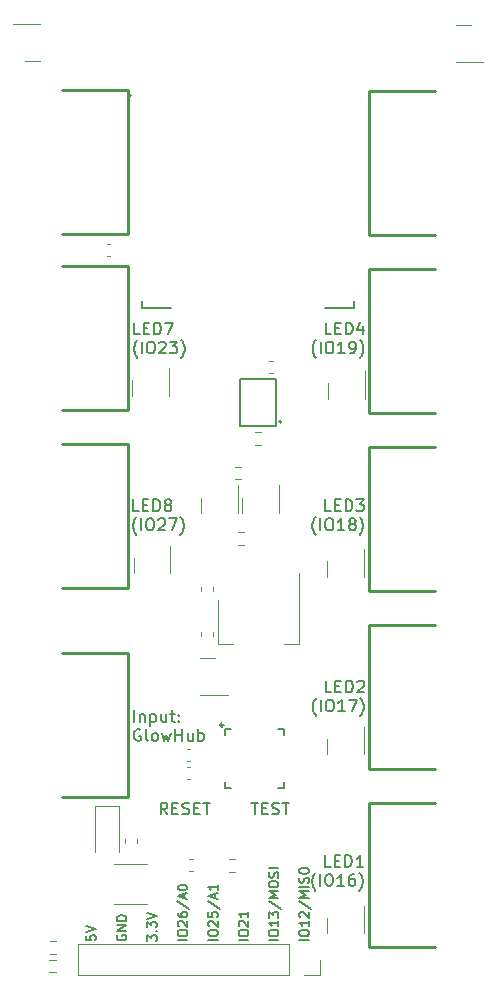
<source format=gbr>
%TF.GenerationSoftware,KiCad,Pcbnew,(6.0.0-0)*%
%TF.CreationDate,2022-03-11T16:11:59+01:00*%
%TF.ProjectId,GlowHubPCB,476c6f77-4875-4625-9043-422e6b696361,rev?*%
%TF.SameCoordinates,Original*%
%TF.FileFunction,Legend,Top*%
%TF.FilePolarity,Positive*%
%FSLAX46Y46*%
G04 Gerber Fmt 4.6, Leading zero omitted, Abs format (unit mm)*
G04 Created by KiCad (PCBNEW (6.0.0-0)) date 2022-03-11 16:11:59*
%MOMM*%
%LPD*%
G01*
G04 APERTURE LIST*
%ADD10C,0.150000*%
%ADD11C,0.120000*%
%ADD12C,0.254001*%
%ADD13C,0.059995*%
%ADD14C,0.127000*%
%ADD15C,0.200000*%
%ADD16C,0.250000*%
G04 APERTURE END LIST*
D10*
X75015761Y-118106980D02*
X75587190Y-118106980D01*
X75301476Y-119106980D02*
X75301476Y-118106980D01*
X75920523Y-118583171D02*
X76253857Y-118583171D01*
X76396714Y-119106980D02*
X75920523Y-119106980D01*
X75920523Y-118106980D01*
X76396714Y-118106980D01*
X76777666Y-119059361D02*
X76920523Y-119106980D01*
X77158619Y-119106980D01*
X77253857Y-119059361D01*
X77301476Y-119011742D01*
X77349095Y-118916504D01*
X77349095Y-118821266D01*
X77301476Y-118726028D01*
X77253857Y-118678409D01*
X77158619Y-118630790D01*
X76968142Y-118583171D01*
X76872904Y-118535552D01*
X76825285Y-118487933D01*
X76777666Y-118392695D01*
X76777666Y-118297457D01*
X76825285Y-118202219D01*
X76872904Y-118154600D01*
X76968142Y-118106980D01*
X77206238Y-118106980D01*
X77349095Y-118154600D01*
X77634809Y-118106980D02*
X78206238Y-118106980D01*
X77920523Y-119106980D02*
X77920523Y-118106980D01*
X67898619Y-119106980D02*
X67565285Y-118630790D01*
X67327190Y-119106980D02*
X67327190Y-118106980D01*
X67708142Y-118106980D01*
X67803380Y-118154600D01*
X67851000Y-118202219D01*
X67898619Y-118297457D01*
X67898619Y-118440314D01*
X67851000Y-118535552D01*
X67803380Y-118583171D01*
X67708142Y-118630790D01*
X67327190Y-118630790D01*
X68327190Y-118583171D02*
X68660523Y-118583171D01*
X68803380Y-119106980D02*
X68327190Y-119106980D01*
X68327190Y-118106980D01*
X68803380Y-118106980D01*
X69184333Y-119059361D02*
X69327190Y-119106980D01*
X69565285Y-119106980D01*
X69660523Y-119059361D01*
X69708142Y-119011742D01*
X69755761Y-118916504D01*
X69755761Y-118821266D01*
X69708142Y-118726028D01*
X69660523Y-118678409D01*
X69565285Y-118630790D01*
X69374809Y-118583171D01*
X69279571Y-118535552D01*
X69231952Y-118487933D01*
X69184333Y-118392695D01*
X69184333Y-118297457D01*
X69231952Y-118202219D01*
X69279571Y-118154600D01*
X69374809Y-118106980D01*
X69612904Y-118106980D01*
X69755761Y-118154600D01*
X70184333Y-118583171D02*
X70517666Y-118583171D01*
X70660523Y-119106980D02*
X70184333Y-119106980D01*
X70184333Y-118106980D01*
X70660523Y-118106980D01*
X70946238Y-118106980D02*
X71517666Y-118106980D01*
X71231952Y-119106980D02*
X71231952Y-118106980D01*
X61056904Y-129365671D02*
X61056904Y-129746623D01*
X61437857Y-129784719D01*
X61399761Y-129746623D01*
X61361666Y-129670433D01*
X61361666Y-129479957D01*
X61399761Y-129403766D01*
X61437857Y-129365671D01*
X61514047Y-129327576D01*
X61704523Y-129327576D01*
X61780714Y-129365671D01*
X61818809Y-129403766D01*
X61856904Y-129479957D01*
X61856904Y-129670433D01*
X61818809Y-129746623D01*
X61780714Y-129784719D01*
X61056904Y-129099004D02*
X61856904Y-128832338D01*
X61056904Y-128565671D01*
X63671000Y-129327576D02*
X63632904Y-129403766D01*
X63632904Y-129518052D01*
X63671000Y-129632338D01*
X63747190Y-129708528D01*
X63823380Y-129746623D01*
X63975761Y-129784719D01*
X64090047Y-129784719D01*
X64242428Y-129746623D01*
X64318619Y-129708528D01*
X64394809Y-129632338D01*
X64432904Y-129518052D01*
X64432904Y-129441861D01*
X64394809Y-129327576D01*
X64356714Y-129289480D01*
X64090047Y-129289480D01*
X64090047Y-129441861D01*
X64432904Y-128946623D02*
X63632904Y-128946623D01*
X64432904Y-128489480D01*
X63632904Y-128489480D01*
X64432904Y-128108528D02*
X63632904Y-128108528D01*
X63632904Y-127918052D01*
X63671000Y-127803766D01*
X63747190Y-127727576D01*
X63823380Y-127689480D01*
X63975761Y-127651385D01*
X64090047Y-127651385D01*
X64242428Y-127689480D01*
X64318619Y-127727576D01*
X64394809Y-127803766D01*
X64432904Y-127918052D01*
X64432904Y-128108528D01*
X66208904Y-129822814D02*
X66208904Y-129327576D01*
X66513666Y-129594242D01*
X66513666Y-129479957D01*
X66551761Y-129403766D01*
X66589857Y-129365671D01*
X66666047Y-129327576D01*
X66856523Y-129327576D01*
X66932714Y-129365671D01*
X66970809Y-129403766D01*
X67008904Y-129479957D01*
X67008904Y-129708528D01*
X66970809Y-129784719D01*
X66932714Y-129822814D01*
X66932714Y-128984719D02*
X66970809Y-128946623D01*
X67008904Y-128984719D01*
X66970809Y-129022814D01*
X66932714Y-128984719D01*
X67008904Y-128984719D01*
X66208904Y-128679957D02*
X66208904Y-128184719D01*
X66513666Y-128451385D01*
X66513666Y-128337100D01*
X66551761Y-128260909D01*
X66589857Y-128222814D01*
X66666047Y-128184719D01*
X66856523Y-128184719D01*
X66932714Y-128222814D01*
X66970809Y-128260909D01*
X67008904Y-128337100D01*
X67008904Y-128565671D01*
X66970809Y-128641861D01*
X66932714Y-128679957D01*
X66208904Y-127956147D02*
X67008904Y-127689480D01*
X66208904Y-127422814D01*
X69584904Y-129746623D02*
X68784904Y-129746623D01*
X68784904Y-129213290D02*
X68784904Y-129060909D01*
X68823000Y-128984719D01*
X68899190Y-128908528D01*
X69051571Y-128870433D01*
X69318238Y-128870433D01*
X69470619Y-128908528D01*
X69546809Y-128984719D01*
X69584904Y-129060909D01*
X69584904Y-129213290D01*
X69546809Y-129289480D01*
X69470619Y-129365671D01*
X69318238Y-129403766D01*
X69051571Y-129403766D01*
X68899190Y-129365671D01*
X68823000Y-129289480D01*
X68784904Y-129213290D01*
X68861095Y-128565671D02*
X68823000Y-128527576D01*
X68784904Y-128451385D01*
X68784904Y-128260909D01*
X68823000Y-128184719D01*
X68861095Y-128146623D01*
X68937285Y-128108528D01*
X69013476Y-128108528D01*
X69127761Y-128146623D01*
X69584904Y-128603766D01*
X69584904Y-128108528D01*
X68784904Y-127422814D02*
X68784904Y-127575195D01*
X68823000Y-127651385D01*
X68861095Y-127689480D01*
X68975380Y-127765671D01*
X69127761Y-127803766D01*
X69432523Y-127803766D01*
X69508714Y-127765671D01*
X69546809Y-127727576D01*
X69584904Y-127651385D01*
X69584904Y-127499004D01*
X69546809Y-127422814D01*
X69508714Y-127384719D01*
X69432523Y-127346623D01*
X69242047Y-127346623D01*
X69165857Y-127384719D01*
X69127761Y-127422814D01*
X69089666Y-127499004D01*
X69089666Y-127651385D01*
X69127761Y-127727576D01*
X69165857Y-127765671D01*
X69242047Y-127803766D01*
X68746809Y-126432338D02*
X69775380Y-127118052D01*
X69356333Y-126203766D02*
X69356333Y-125822814D01*
X69584904Y-126279957D02*
X68784904Y-126013290D01*
X69584904Y-125746623D01*
X68784904Y-125327576D02*
X68784904Y-125251385D01*
X68823000Y-125175195D01*
X68861095Y-125137100D01*
X68937285Y-125099004D01*
X69089666Y-125060909D01*
X69280142Y-125060909D01*
X69432523Y-125099004D01*
X69508714Y-125137100D01*
X69546809Y-125175195D01*
X69584904Y-125251385D01*
X69584904Y-125327576D01*
X69546809Y-125403766D01*
X69508714Y-125441861D01*
X69432523Y-125479957D01*
X69280142Y-125518052D01*
X69089666Y-125518052D01*
X68937285Y-125479957D01*
X68861095Y-125441861D01*
X68823000Y-125403766D01*
X68784904Y-125327576D01*
X72160904Y-129746623D02*
X71360904Y-129746623D01*
X71360904Y-129213290D02*
X71360904Y-129060909D01*
X71399000Y-128984719D01*
X71475190Y-128908528D01*
X71627571Y-128870433D01*
X71894238Y-128870433D01*
X72046619Y-128908528D01*
X72122809Y-128984719D01*
X72160904Y-129060909D01*
X72160904Y-129213290D01*
X72122809Y-129289480D01*
X72046619Y-129365671D01*
X71894238Y-129403766D01*
X71627571Y-129403766D01*
X71475190Y-129365671D01*
X71399000Y-129289480D01*
X71360904Y-129213290D01*
X71437095Y-128565671D02*
X71399000Y-128527576D01*
X71360904Y-128451385D01*
X71360904Y-128260909D01*
X71399000Y-128184719D01*
X71437095Y-128146623D01*
X71513285Y-128108528D01*
X71589476Y-128108528D01*
X71703761Y-128146623D01*
X72160904Y-128603766D01*
X72160904Y-128108528D01*
X71360904Y-127384719D02*
X71360904Y-127765671D01*
X71741857Y-127803766D01*
X71703761Y-127765671D01*
X71665666Y-127689480D01*
X71665666Y-127499004D01*
X71703761Y-127422814D01*
X71741857Y-127384719D01*
X71818047Y-127346623D01*
X72008523Y-127346623D01*
X72084714Y-127384719D01*
X72122809Y-127422814D01*
X72160904Y-127499004D01*
X72160904Y-127689480D01*
X72122809Y-127765671D01*
X72084714Y-127803766D01*
X71322809Y-126432338D02*
X72351380Y-127118052D01*
X71932333Y-126203766D02*
X71932333Y-125822814D01*
X72160904Y-126279957D02*
X71360904Y-126013290D01*
X72160904Y-125746623D01*
X72160904Y-125060909D02*
X72160904Y-125518052D01*
X72160904Y-125289480D02*
X71360904Y-125289480D01*
X71475190Y-125365671D01*
X71551380Y-125441861D01*
X71589476Y-125518052D01*
X74736904Y-129746623D02*
X73936904Y-129746623D01*
X73936904Y-129213290D02*
X73936904Y-129060909D01*
X73975000Y-128984719D01*
X74051190Y-128908528D01*
X74203571Y-128870433D01*
X74470238Y-128870433D01*
X74622619Y-128908528D01*
X74698809Y-128984719D01*
X74736904Y-129060909D01*
X74736904Y-129213290D01*
X74698809Y-129289480D01*
X74622619Y-129365671D01*
X74470238Y-129403766D01*
X74203571Y-129403766D01*
X74051190Y-129365671D01*
X73975000Y-129289480D01*
X73936904Y-129213290D01*
X74013095Y-128565671D02*
X73975000Y-128527576D01*
X73936904Y-128451385D01*
X73936904Y-128260909D01*
X73975000Y-128184719D01*
X74013095Y-128146623D01*
X74089285Y-128108528D01*
X74165476Y-128108528D01*
X74279761Y-128146623D01*
X74736904Y-128603766D01*
X74736904Y-128108528D01*
X74736904Y-127346623D02*
X74736904Y-127803766D01*
X74736904Y-127575195D02*
X73936904Y-127575195D01*
X74051190Y-127651385D01*
X74127380Y-127727576D01*
X74165476Y-127803766D01*
X77312904Y-129746623D02*
X76512904Y-129746623D01*
X76512904Y-129213290D02*
X76512904Y-129060909D01*
X76551000Y-128984719D01*
X76627190Y-128908528D01*
X76779571Y-128870433D01*
X77046238Y-128870433D01*
X77198619Y-128908528D01*
X77274809Y-128984719D01*
X77312904Y-129060909D01*
X77312904Y-129213290D01*
X77274809Y-129289480D01*
X77198619Y-129365671D01*
X77046238Y-129403766D01*
X76779571Y-129403766D01*
X76627190Y-129365671D01*
X76551000Y-129289480D01*
X76512904Y-129213290D01*
X77312904Y-128108528D02*
X77312904Y-128565671D01*
X77312904Y-128337100D02*
X76512904Y-128337100D01*
X76627190Y-128413290D01*
X76703380Y-128489480D01*
X76741476Y-128565671D01*
X76512904Y-127841861D02*
X76512904Y-127346623D01*
X76817666Y-127613290D01*
X76817666Y-127499004D01*
X76855761Y-127422814D01*
X76893857Y-127384719D01*
X76970047Y-127346623D01*
X77160523Y-127346623D01*
X77236714Y-127384719D01*
X77274809Y-127422814D01*
X77312904Y-127499004D01*
X77312904Y-127727576D01*
X77274809Y-127803766D01*
X77236714Y-127841861D01*
X76474809Y-126432338D02*
X77503380Y-127118052D01*
X77312904Y-126165671D02*
X76512904Y-126165671D01*
X77084333Y-125899004D01*
X76512904Y-125632338D01*
X77312904Y-125632338D01*
X76512904Y-125099004D02*
X76512904Y-124946623D01*
X76551000Y-124870433D01*
X76627190Y-124794242D01*
X76779571Y-124756147D01*
X77046238Y-124756147D01*
X77198619Y-124794242D01*
X77274809Y-124870433D01*
X77312904Y-124946623D01*
X77312904Y-125099004D01*
X77274809Y-125175195D01*
X77198619Y-125251385D01*
X77046238Y-125289480D01*
X76779571Y-125289480D01*
X76627190Y-125251385D01*
X76551000Y-125175195D01*
X76512904Y-125099004D01*
X77274809Y-124451385D02*
X77312904Y-124337100D01*
X77312904Y-124146623D01*
X77274809Y-124070433D01*
X77236714Y-124032338D01*
X77160523Y-123994242D01*
X77084333Y-123994242D01*
X77008142Y-124032338D01*
X76970047Y-124070433D01*
X76931952Y-124146623D01*
X76893857Y-124299004D01*
X76855761Y-124375195D01*
X76817666Y-124413290D01*
X76741476Y-124451385D01*
X76665285Y-124451385D01*
X76589095Y-124413290D01*
X76551000Y-124375195D01*
X76512904Y-124299004D01*
X76512904Y-124108528D01*
X76551000Y-123994242D01*
X77312904Y-123651385D02*
X76512904Y-123651385D01*
X79888904Y-129746623D02*
X79088904Y-129746623D01*
X79088904Y-129213290D02*
X79088904Y-129060909D01*
X79127000Y-128984719D01*
X79203190Y-128908528D01*
X79355571Y-128870433D01*
X79622238Y-128870433D01*
X79774619Y-128908528D01*
X79850809Y-128984719D01*
X79888904Y-129060909D01*
X79888904Y-129213290D01*
X79850809Y-129289480D01*
X79774619Y-129365671D01*
X79622238Y-129403766D01*
X79355571Y-129403766D01*
X79203190Y-129365671D01*
X79127000Y-129289480D01*
X79088904Y-129213290D01*
X79888904Y-128108528D02*
X79888904Y-128565671D01*
X79888904Y-128337100D02*
X79088904Y-128337100D01*
X79203190Y-128413290D01*
X79279380Y-128489480D01*
X79317476Y-128565671D01*
X79165095Y-127803766D02*
X79127000Y-127765671D01*
X79088904Y-127689480D01*
X79088904Y-127499004D01*
X79127000Y-127422814D01*
X79165095Y-127384719D01*
X79241285Y-127346623D01*
X79317476Y-127346623D01*
X79431761Y-127384719D01*
X79888904Y-127841861D01*
X79888904Y-127346623D01*
X79050809Y-126432338D02*
X80079380Y-127118052D01*
X79888904Y-126165671D02*
X79088904Y-126165671D01*
X79660333Y-125899004D01*
X79088904Y-125632338D01*
X79888904Y-125632338D01*
X79888904Y-125251385D02*
X79088904Y-125251385D01*
X79850809Y-124908528D02*
X79888904Y-124794242D01*
X79888904Y-124603766D01*
X79850809Y-124527576D01*
X79812714Y-124489480D01*
X79736523Y-124451385D01*
X79660333Y-124451385D01*
X79584142Y-124489480D01*
X79546047Y-124527576D01*
X79507952Y-124603766D01*
X79469857Y-124756147D01*
X79431761Y-124832338D01*
X79393666Y-124870433D01*
X79317476Y-124908528D01*
X79241285Y-124908528D01*
X79165095Y-124870433D01*
X79127000Y-124832338D01*
X79088904Y-124756147D01*
X79088904Y-124565671D01*
X79127000Y-124451385D01*
X79088904Y-123956147D02*
X79088904Y-123803766D01*
X79127000Y-123727576D01*
X79203190Y-123651385D01*
X79355571Y-123613290D01*
X79622238Y-123613290D01*
X79774619Y-123651385D01*
X79850809Y-123727576D01*
X79888904Y-123803766D01*
X79888904Y-123956147D01*
X79850809Y-124032338D01*
X79774619Y-124108528D01*
X79622238Y-124146623D01*
X79355571Y-124146623D01*
X79203190Y-124108528D01*
X79127000Y-124032338D01*
X79088904Y-123956147D01*
X65096595Y-111271980D02*
X65096595Y-110271980D01*
X65572785Y-110605314D02*
X65572785Y-111271980D01*
X65572785Y-110700552D02*
X65620404Y-110652933D01*
X65715642Y-110605314D01*
X65858500Y-110605314D01*
X65953738Y-110652933D01*
X66001357Y-110748171D01*
X66001357Y-111271980D01*
X66477547Y-110605314D02*
X66477547Y-111605314D01*
X66477547Y-110652933D02*
X66572785Y-110605314D01*
X66763261Y-110605314D01*
X66858500Y-110652933D01*
X66906119Y-110700552D01*
X66953738Y-110795790D01*
X66953738Y-111081504D01*
X66906119Y-111176742D01*
X66858500Y-111224361D01*
X66763261Y-111271980D01*
X66572785Y-111271980D01*
X66477547Y-111224361D01*
X67810880Y-110605314D02*
X67810880Y-111271980D01*
X67382309Y-110605314D02*
X67382309Y-111129123D01*
X67429928Y-111224361D01*
X67525166Y-111271980D01*
X67668023Y-111271980D01*
X67763261Y-111224361D01*
X67810880Y-111176742D01*
X68144214Y-110605314D02*
X68525166Y-110605314D01*
X68287071Y-110271980D02*
X68287071Y-111129123D01*
X68334690Y-111224361D01*
X68429928Y-111271980D01*
X68525166Y-111271980D01*
X68858500Y-111176742D02*
X68906119Y-111224361D01*
X68858500Y-111271980D01*
X68810880Y-111224361D01*
X68858500Y-111176742D01*
X68858500Y-111271980D01*
X68858500Y-110652933D02*
X68906119Y-110700552D01*
X68858500Y-110748171D01*
X68810880Y-110700552D01*
X68858500Y-110652933D01*
X68858500Y-110748171D01*
X65620404Y-111929600D02*
X65525166Y-111881980D01*
X65382309Y-111881980D01*
X65239452Y-111929600D01*
X65144214Y-112024838D01*
X65096595Y-112120076D01*
X65048976Y-112310552D01*
X65048976Y-112453409D01*
X65096595Y-112643885D01*
X65144214Y-112739123D01*
X65239452Y-112834361D01*
X65382309Y-112881980D01*
X65477547Y-112881980D01*
X65620404Y-112834361D01*
X65668023Y-112786742D01*
X65668023Y-112453409D01*
X65477547Y-112453409D01*
X66239452Y-112881980D02*
X66144214Y-112834361D01*
X66096595Y-112739123D01*
X66096595Y-111881980D01*
X66763261Y-112881980D02*
X66668023Y-112834361D01*
X66620404Y-112786742D01*
X66572785Y-112691504D01*
X66572785Y-112405790D01*
X66620404Y-112310552D01*
X66668023Y-112262933D01*
X66763261Y-112215314D01*
X66906119Y-112215314D01*
X67001357Y-112262933D01*
X67048976Y-112310552D01*
X67096595Y-112405790D01*
X67096595Y-112691504D01*
X67048976Y-112786742D01*
X67001357Y-112834361D01*
X66906119Y-112881980D01*
X66763261Y-112881980D01*
X67429928Y-112215314D02*
X67620404Y-112881980D01*
X67810880Y-112405790D01*
X68001357Y-112881980D01*
X68191833Y-112215314D01*
X68572785Y-112881980D02*
X68572785Y-111881980D01*
X68572785Y-112358171D02*
X69144214Y-112358171D01*
X69144214Y-112881980D02*
X69144214Y-111881980D01*
X70048976Y-112215314D02*
X70048976Y-112881980D01*
X69620404Y-112215314D02*
X69620404Y-112739123D01*
X69668023Y-112834361D01*
X69763261Y-112881980D01*
X69906119Y-112881980D01*
X70001357Y-112834361D01*
X70048976Y-112786742D01*
X70525166Y-112881980D02*
X70525166Y-111881980D01*
X70525166Y-112262933D02*
X70620404Y-112215314D01*
X70810880Y-112215314D01*
X70906119Y-112262933D01*
X70953738Y-112310552D01*
X71001357Y-112405790D01*
X71001357Y-112691504D01*
X70953738Y-112786742D01*
X70906119Y-112834361D01*
X70810880Y-112881980D01*
X70620404Y-112881980D01*
X70525166Y-112834361D01*
X65482785Y-93441980D02*
X65006595Y-93441980D01*
X65006595Y-92441980D01*
X65816119Y-92918171D02*
X66149452Y-92918171D01*
X66292309Y-93441980D02*
X65816119Y-93441980D01*
X65816119Y-92441980D01*
X66292309Y-92441980D01*
X66720880Y-93441980D02*
X66720880Y-92441980D01*
X66958976Y-92441980D01*
X67101833Y-92489600D01*
X67197071Y-92584838D01*
X67244690Y-92680076D01*
X67292309Y-92870552D01*
X67292309Y-93013409D01*
X67244690Y-93203885D01*
X67197071Y-93299123D01*
X67101833Y-93394361D01*
X66958976Y-93441980D01*
X66720880Y-93441980D01*
X67863738Y-92870552D02*
X67768500Y-92822933D01*
X67720880Y-92775314D01*
X67673261Y-92680076D01*
X67673261Y-92632457D01*
X67720880Y-92537219D01*
X67768500Y-92489600D01*
X67863738Y-92441980D01*
X68054214Y-92441980D01*
X68149452Y-92489600D01*
X68197071Y-92537219D01*
X68244690Y-92632457D01*
X68244690Y-92680076D01*
X68197071Y-92775314D01*
X68149452Y-92822933D01*
X68054214Y-92870552D01*
X67863738Y-92870552D01*
X67768500Y-92918171D01*
X67720880Y-92965790D01*
X67673261Y-93061028D01*
X67673261Y-93251504D01*
X67720880Y-93346742D01*
X67768500Y-93394361D01*
X67863738Y-93441980D01*
X68054214Y-93441980D01*
X68149452Y-93394361D01*
X68197071Y-93346742D01*
X68244690Y-93251504D01*
X68244690Y-93061028D01*
X68197071Y-92965790D01*
X68149452Y-92918171D01*
X68054214Y-92870552D01*
X65292309Y-95432933D02*
X65244690Y-95385314D01*
X65149452Y-95242457D01*
X65101833Y-95147219D01*
X65054214Y-95004361D01*
X65006595Y-94766266D01*
X65006595Y-94575790D01*
X65054214Y-94337695D01*
X65101833Y-94194838D01*
X65149452Y-94099600D01*
X65244690Y-93956742D01*
X65292309Y-93909123D01*
X65673261Y-95051980D02*
X65673261Y-94051980D01*
X66339928Y-94051980D02*
X66530404Y-94051980D01*
X66625642Y-94099600D01*
X66720880Y-94194838D01*
X66768500Y-94385314D01*
X66768500Y-94718647D01*
X66720880Y-94909123D01*
X66625642Y-95004361D01*
X66530404Y-95051980D01*
X66339928Y-95051980D01*
X66244690Y-95004361D01*
X66149452Y-94909123D01*
X66101833Y-94718647D01*
X66101833Y-94385314D01*
X66149452Y-94194838D01*
X66244690Y-94099600D01*
X66339928Y-94051980D01*
X67149452Y-94147219D02*
X67197071Y-94099600D01*
X67292309Y-94051980D01*
X67530404Y-94051980D01*
X67625642Y-94099600D01*
X67673261Y-94147219D01*
X67720880Y-94242457D01*
X67720880Y-94337695D01*
X67673261Y-94480552D01*
X67101833Y-95051980D01*
X67720880Y-95051980D01*
X68054214Y-94051980D02*
X68720880Y-94051980D01*
X68292309Y-95051980D01*
X69006595Y-95432933D02*
X69054214Y-95385314D01*
X69149452Y-95242457D01*
X69197071Y-95147219D01*
X69244690Y-95004361D01*
X69292309Y-94766266D01*
X69292309Y-94575790D01*
X69244690Y-94337695D01*
X69197071Y-94194838D01*
X69149452Y-94099600D01*
X69054214Y-93956742D01*
X69006595Y-93909123D01*
X65552785Y-78461980D02*
X65076595Y-78461980D01*
X65076595Y-77461980D01*
X65886119Y-77938171D02*
X66219452Y-77938171D01*
X66362309Y-78461980D02*
X65886119Y-78461980D01*
X65886119Y-77461980D01*
X66362309Y-77461980D01*
X66790880Y-78461980D02*
X66790880Y-77461980D01*
X67028976Y-77461980D01*
X67171833Y-77509600D01*
X67267071Y-77604838D01*
X67314690Y-77700076D01*
X67362309Y-77890552D01*
X67362309Y-78033409D01*
X67314690Y-78223885D01*
X67267071Y-78319123D01*
X67171833Y-78414361D01*
X67028976Y-78461980D01*
X66790880Y-78461980D01*
X67695642Y-77461980D02*
X68362309Y-77461980D01*
X67933738Y-78461980D01*
X65362309Y-80452933D02*
X65314690Y-80405314D01*
X65219452Y-80262457D01*
X65171833Y-80167219D01*
X65124214Y-80024361D01*
X65076595Y-79786266D01*
X65076595Y-79595790D01*
X65124214Y-79357695D01*
X65171833Y-79214838D01*
X65219452Y-79119600D01*
X65314690Y-78976742D01*
X65362309Y-78929123D01*
X65743261Y-80071980D02*
X65743261Y-79071980D01*
X66409928Y-79071980D02*
X66600404Y-79071980D01*
X66695642Y-79119600D01*
X66790880Y-79214838D01*
X66838500Y-79405314D01*
X66838500Y-79738647D01*
X66790880Y-79929123D01*
X66695642Y-80024361D01*
X66600404Y-80071980D01*
X66409928Y-80071980D01*
X66314690Y-80024361D01*
X66219452Y-79929123D01*
X66171833Y-79738647D01*
X66171833Y-79405314D01*
X66219452Y-79214838D01*
X66314690Y-79119600D01*
X66409928Y-79071980D01*
X67219452Y-79167219D02*
X67267071Y-79119600D01*
X67362309Y-79071980D01*
X67600404Y-79071980D01*
X67695642Y-79119600D01*
X67743261Y-79167219D01*
X67790880Y-79262457D01*
X67790880Y-79357695D01*
X67743261Y-79500552D01*
X67171833Y-80071980D01*
X67790880Y-80071980D01*
X68124214Y-79071980D02*
X68743261Y-79071980D01*
X68409928Y-79452933D01*
X68552785Y-79452933D01*
X68648023Y-79500552D01*
X68695642Y-79548171D01*
X68743261Y-79643409D01*
X68743261Y-79881504D01*
X68695642Y-79976742D01*
X68648023Y-80024361D01*
X68552785Y-80071980D01*
X68267071Y-80071980D01*
X68171833Y-80024361D01*
X68124214Y-79976742D01*
X69076595Y-80452933D02*
X69124214Y-80405314D01*
X69219452Y-80262457D01*
X69267071Y-80167219D01*
X69314690Y-80024361D01*
X69362309Y-79786266D01*
X69362309Y-79595790D01*
X69314690Y-79357695D01*
X69267071Y-79214838D01*
X69219452Y-79119600D01*
X69124214Y-78976742D01*
X69076595Y-78929123D01*
X81731119Y-123561980D02*
X81254928Y-123561980D01*
X81254928Y-122561980D01*
X82064452Y-123038171D02*
X82397785Y-123038171D01*
X82540642Y-123561980D02*
X82064452Y-123561980D01*
X82064452Y-122561980D01*
X82540642Y-122561980D01*
X82969214Y-123561980D02*
X82969214Y-122561980D01*
X83207309Y-122561980D01*
X83350166Y-122609600D01*
X83445404Y-122704838D01*
X83493023Y-122800076D01*
X83540642Y-122990552D01*
X83540642Y-123133409D01*
X83493023Y-123323885D01*
X83445404Y-123419123D01*
X83350166Y-123514361D01*
X83207309Y-123561980D01*
X82969214Y-123561980D01*
X84493023Y-123561980D02*
X83921595Y-123561980D01*
X84207309Y-123561980D02*
X84207309Y-122561980D01*
X84112071Y-122704838D01*
X84016833Y-122800076D01*
X83921595Y-122847695D01*
X80445404Y-125552933D02*
X80397785Y-125505314D01*
X80302547Y-125362457D01*
X80254928Y-125267219D01*
X80207309Y-125124361D01*
X80159690Y-124886266D01*
X80159690Y-124695790D01*
X80207309Y-124457695D01*
X80254928Y-124314838D01*
X80302547Y-124219600D01*
X80397785Y-124076742D01*
X80445404Y-124029123D01*
X80826357Y-125171980D02*
X80826357Y-124171980D01*
X81493023Y-124171980D02*
X81683500Y-124171980D01*
X81778738Y-124219600D01*
X81873976Y-124314838D01*
X81921595Y-124505314D01*
X81921595Y-124838647D01*
X81873976Y-125029123D01*
X81778738Y-125124361D01*
X81683500Y-125171980D01*
X81493023Y-125171980D01*
X81397785Y-125124361D01*
X81302547Y-125029123D01*
X81254928Y-124838647D01*
X81254928Y-124505314D01*
X81302547Y-124314838D01*
X81397785Y-124219600D01*
X81493023Y-124171980D01*
X82873976Y-125171980D02*
X82302547Y-125171980D01*
X82588261Y-125171980D02*
X82588261Y-124171980D01*
X82493023Y-124314838D01*
X82397785Y-124410076D01*
X82302547Y-124457695D01*
X83731119Y-124171980D02*
X83540642Y-124171980D01*
X83445404Y-124219600D01*
X83397785Y-124267219D01*
X83302547Y-124410076D01*
X83254928Y-124600552D01*
X83254928Y-124981504D01*
X83302547Y-125076742D01*
X83350166Y-125124361D01*
X83445404Y-125171980D01*
X83635880Y-125171980D01*
X83731119Y-125124361D01*
X83778738Y-125076742D01*
X83826357Y-124981504D01*
X83826357Y-124743409D01*
X83778738Y-124648171D01*
X83731119Y-124600552D01*
X83635880Y-124552933D01*
X83445404Y-124552933D01*
X83350166Y-124600552D01*
X83302547Y-124648171D01*
X83254928Y-124743409D01*
X84159690Y-125552933D02*
X84207309Y-125505314D01*
X84302547Y-125362457D01*
X84350166Y-125267219D01*
X84397785Y-125124361D01*
X84445404Y-124886266D01*
X84445404Y-124695790D01*
X84397785Y-124457695D01*
X84350166Y-124314838D01*
X84302547Y-124219600D01*
X84207309Y-124076742D01*
X84159690Y-124029123D01*
X81801119Y-108781980D02*
X81324928Y-108781980D01*
X81324928Y-107781980D01*
X82134452Y-108258171D02*
X82467785Y-108258171D01*
X82610642Y-108781980D02*
X82134452Y-108781980D01*
X82134452Y-107781980D01*
X82610642Y-107781980D01*
X83039214Y-108781980D02*
X83039214Y-107781980D01*
X83277309Y-107781980D01*
X83420166Y-107829600D01*
X83515404Y-107924838D01*
X83563023Y-108020076D01*
X83610642Y-108210552D01*
X83610642Y-108353409D01*
X83563023Y-108543885D01*
X83515404Y-108639123D01*
X83420166Y-108734361D01*
X83277309Y-108781980D01*
X83039214Y-108781980D01*
X83991595Y-107877219D02*
X84039214Y-107829600D01*
X84134452Y-107781980D01*
X84372547Y-107781980D01*
X84467785Y-107829600D01*
X84515404Y-107877219D01*
X84563023Y-107972457D01*
X84563023Y-108067695D01*
X84515404Y-108210552D01*
X83943976Y-108781980D01*
X84563023Y-108781980D01*
X80515404Y-110772933D02*
X80467785Y-110725314D01*
X80372547Y-110582457D01*
X80324928Y-110487219D01*
X80277309Y-110344361D01*
X80229690Y-110106266D01*
X80229690Y-109915790D01*
X80277309Y-109677695D01*
X80324928Y-109534838D01*
X80372547Y-109439600D01*
X80467785Y-109296742D01*
X80515404Y-109249123D01*
X80896357Y-110391980D02*
X80896357Y-109391980D01*
X81563023Y-109391980D02*
X81753500Y-109391980D01*
X81848738Y-109439600D01*
X81943976Y-109534838D01*
X81991595Y-109725314D01*
X81991595Y-110058647D01*
X81943976Y-110249123D01*
X81848738Y-110344361D01*
X81753500Y-110391980D01*
X81563023Y-110391980D01*
X81467785Y-110344361D01*
X81372547Y-110249123D01*
X81324928Y-110058647D01*
X81324928Y-109725314D01*
X81372547Y-109534838D01*
X81467785Y-109439600D01*
X81563023Y-109391980D01*
X82943976Y-110391980D02*
X82372547Y-110391980D01*
X82658261Y-110391980D02*
X82658261Y-109391980D01*
X82563023Y-109534838D01*
X82467785Y-109630076D01*
X82372547Y-109677695D01*
X83277309Y-109391980D02*
X83943976Y-109391980D01*
X83515404Y-110391980D01*
X84229690Y-110772933D02*
X84277309Y-110725314D01*
X84372547Y-110582457D01*
X84420166Y-110487219D01*
X84467785Y-110344361D01*
X84515404Y-110106266D01*
X84515404Y-109915790D01*
X84467785Y-109677695D01*
X84420166Y-109534838D01*
X84372547Y-109439600D01*
X84277309Y-109296742D01*
X84229690Y-109249123D01*
X81761119Y-93441980D02*
X81284928Y-93441980D01*
X81284928Y-92441980D01*
X82094452Y-92918171D02*
X82427785Y-92918171D01*
X82570642Y-93441980D02*
X82094452Y-93441980D01*
X82094452Y-92441980D01*
X82570642Y-92441980D01*
X82999214Y-93441980D02*
X82999214Y-92441980D01*
X83237309Y-92441980D01*
X83380166Y-92489600D01*
X83475404Y-92584838D01*
X83523023Y-92680076D01*
X83570642Y-92870552D01*
X83570642Y-93013409D01*
X83523023Y-93203885D01*
X83475404Y-93299123D01*
X83380166Y-93394361D01*
X83237309Y-93441980D01*
X82999214Y-93441980D01*
X83903976Y-92441980D02*
X84523023Y-92441980D01*
X84189690Y-92822933D01*
X84332547Y-92822933D01*
X84427785Y-92870552D01*
X84475404Y-92918171D01*
X84523023Y-93013409D01*
X84523023Y-93251504D01*
X84475404Y-93346742D01*
X84427785Y-93394361D01*
X84332547Y-93441980D01*
X84046833Y-93441980D01*
X83951595Y-93394361D01*
X83903976Y-93346742D01*
X80475404Y-95432933D02*
X80427785Y-95385314D01*
X80332547Y-95242457D01*
X80284928Y-95147219D01*
X80237309Y-95004361D01*
X80189690Y-94766266D01*
X80189690Y-94575790D01*
X80237309Y-94337695D01*
X80284928Y-94194838D01*
X80332547Y-94099600D01*
X80427785Y-93956742D01*
X80475404Y-93909123D01*
X80856357Y-95051980D02*
X80856357Y-94051980D01*
X81523023Y-94051980D02*
X81713500Y-94051980D01*
X81808738Y-94099600D01*
X81903976Y-94194838D01*
X81951595Y-94385314D01*
X81951595Y-94718647D01*
X81903976Y-94909123D01*
X81808738Y-95004361D01*
X81713500Y-95051980D01*
X81523023Y-95051980D01*
X81427785Y-95004361D01*
X81332547Y-94909123D01*
X81284928Y-94718647D01*
X81284928Y-94385314D01*
X81332547Y-94194838D01*
X81427785Y-94099600D01*
X81523023Y-94051980D01*
X82903976Y-95051980D02*
X82332547Y-95051980D01*
X82618261Y-95051980D02*
X82618261Y-94051980D01*
X82523023Y-94194838D01*
X82427785Y-94290076D01*
X82332547Y-94337695D01*
X83475404Y-94480552D02*
X83380166Y-94432933D01*
X83332547Y-94385314D01*
X83284928Y-94290076D01*
X83284928Y-94242457D01*
X83332547Y-94147219D01*
X83380166Y-94099600D01*
X83475404Y-94051980D01*
X83665880Y-94051980D01*
X83761119Y-94099600D01*
X83808738Y-94147219D01*
X83856357Y-94242457D01*
X83856357Y-94290076D01*
X83808738Y-94385314D01*
X83761119Y-94432933D01*
X83665880Y-94480552D01*
X83475404Y-94480552D01*
X83380166Y-94528171D01*
X83332547Y-94575790D01*
X83284928Y-94671028D01*
X83284928Y-94861504D01*
X83332547Y-94956742D01*
X83380166Y-95004361D01*
X83475404Y-95051980D01*
X83665880Y-95051980D01*
X83761119Y-95004361D01*
X83808738Y-94956742D01*
X83856357Y-94861504D01*
X83856357Y-94671028D01*
X83808738Y-94575790D01*
X83761119Y-94528171D01*
X83665880Y-94480552D01*
X84189690Y-95432933D02*
X84237309Y-95385314D01*
X84332547Y-95242457D01*
X84380166Y-95147219D01*
X84427785Y-95004361D01*
X84475404Y-94766266D01*
X84475404Y-94575790D01*
X84427785Y-94337695D01*
X84380166Y-94194838D01*
X84332547Y-94099600D01*
X84237309Y-93956742D01*
X84189690Y-93909123D01*
X81781119Y-78461980D02*
X81304928Y-78461980D01*
X81304928Y-77461980D01*
X82114452Y-77938171D02*
X82447785Y-77938171D01*
X82590642Y-78461980D02*
X82114452Y-78461980D01*
X82114452Y-77461980D01*
X82590642Y-77461980D01*
X83019214Y-78461980D02*
X83019214Y-77461980D01*
X83257309Y-77461980D01*
X83400166Y-77509600D01*
X83495404Y-77604838D01*
X83543023Y-77700076D01*
X83590642Y-77890552D01*
X83590642Y-78033409D01*
X83543023Y-78223885D01*
X83495404Y-78319123D01*
X83400166Y-78414361D01*
X83257309Y-78461980D01*
X83019214Y-78461980D01*
X84447785Y-77795314D02*
X84447785Y-78461980D01*
X84209690Y-77414361D02*
X83971595Y-78128647D01*
X84590642Y-78128647D01*
X80495404Y-80452933D02*
X80447785Y-80405314D01*
X80352547Y-80262457D01*
X80304928Y-80167219D01*
X80257309Y-80024361D01*
X80209690Y-79786266D01*
X80209690Y-79595790D01*
X80257309Y-79357695D01*
X80304928Y-79214838D01*
X80352547Y-79119600D01*
X80447785Y-78976742D01*
X80495404Y-78929123D01*
X80876357Y-80071980D02*
X80876357Y-79071980D01*
X81543023Y-79071980D02*
X81733500Y-79071980D01*
X81828738Y-79119600D01*
X81923976Y-79214838D01*
X81971595Y-79405314D01*
X81971595Y-79738647D01*
X81923976Y-79929123D01*
X81828738Y-80024361D01*
X81733500Y-80071980D01*
X81543023Y-80071980D01*
X81447785Y-80024361D01*
X81352547Y-79929123D01*
X81304928Y-79738647D01*
X81304928Y-79405314D01*
X81352547Y-79214838D01*
X81447785Y-79119600D01*
X81543023Y-79071980D01*
X82923976Y-80071980D02*
X82352547Y-80071980D01*
X82638261Y-80071980D02*
X82638261Y-79071980D01*
X82543023Y-79214838D01*
X82447785Y-79310076D01*
X82352547Y-79357695D01*
X83400166Y-80071980D02*
X83590642Y-80071980D01*
X83685880Y-80024361D01*
X83733500Y-79976742D01*
X83828738Y-79833885D01*
X83876357Y-79643409D01*
X83876357Y-79262457D01*
X83828738Y-79167219D01*
X83781119Y-79119600D01*
X83685880Y-79071980D01*
X83495404Y-79071980D01*
X83400166Y-79119600D01*
X83352547Y-79167219D01*
X83304928Y-79262457D01*
X83304928Y-79500552D01*
X83352547Y-79595790D01*
X83400166Y-79643409D01*
X83495404Y-79691028D01*
X83685880Y-79691028D01*
X83781119Y-79643409D01*
X83828738Y-79595790D01*
X83876357Y-79500552D01*
X84209690Y-80452933D02*
X84257309Y-80405314D01*
X84352547Y-80262457D01*
X84400166Y-80167219D01*
X84447785Y-80024361D01*
X84495404Y-79786266D01*
X84495404Y-79595790D01*
X84447785Y-79357695D01*
X84400166Y-79214838D01*
X84352547Y-79119600D01*
X84257309Y-78976742D01*
X84209690Y-78929123D01*
D11*
%TO.C,F1*%
X63414748Y-123314600D02*
X66187252Y-123314600D01*
X63414748Y-126734600D02*
X66187252Y-126734600D01*
%TO.C,J1*%
X78201000Y-130084600D02*
X78201000Y-132744600D01*
X78201000Y-130084600D02*
X60361000Y-130084600D01*
X60361000Y-130084600D02*
X60361000Y-132744600D01*
X78201000Y-132744600D02*
X60361000Y-132744600D01*
X80801000Y-132744600D02*
X79471000Y-132744600D01*
X80801000Y-131414600D02*
X80801000Y-132744600D01*
%TO.C,Q4*%
X56471000Y-52174600D02*
X57121000Y-52174600D01*
X56471000Y-55294600D02*
X57121000Y-55294600D01*
X56471000Y-52174600D02*
X54796000Y-52174600D01*
X56471000Y-55294600D02*
X55821000Y-55294600D01*
%TO.C,R17*%
X73591276Y-90706800D02*
X74100724Y-90706800D01*
X73591276Y-89661800D02*
X74100724Y-89661800D01*
%TO.C,C19*%
X76518033Y-81700400D02*
X76810567Y-81700400D01*
X76518033Y-80680400D02*
X76810567Y-80680400D01*
%TO.C,R2*%
X58445724Y-129842100D02*
X57936276Y-129842100D01*
X58445724Y-130887100D02*
X57936276Y-130887100D01*
D12*
%TO.C,RJ1*%
X84973600Y-130368813D02*
X84973600Y-118168787D01*
X90573600Y-130368813D02*
X84973549Y-130368838D01*
X84973575Y-118168762D02*
X90573600Y-118168762D01*
D13*
X85003622Y-118168787D02*
G75*
G03*
X85003622Y-118168787I-29997J0D01*
G01*
D11*
%TO.C,U6*%
X79034000Y-104715800D02*
X77774000Y-104715800D01*
X72214000Y-100955800D02*
X72214000Y-104715800D01*
X72214000Y-104715800D02*
X73474000Y-104715800D01*
X79034000Y-98705800D02*
X79034000Y-104715800D01*
%TO.C,Q3*%
X73856600Y-92927500D02*
X73856600Y-93577500D01*
X70736600Y-92927500D02*
X70736600Y-93577500D01*
X73856600Y-92927500D02*
X73856600Y-91252500D01*
X70736600Y-92927500D02*
X70736600Y-92277500D01*
D12*
%TO.C,RJ9*%
X64598000Y-105468787D02*
X64598000Y-117668813D01*
X58998000Y-105468787D02*
X64598051Y-105468762D01*
X64598025Y-117668838D02*
X58998000Y-117668838D01*
D13*
X64627972Y-117668813D02*
G75*
G03*
X64627972Y-117668813I-29997J0D01*
G01*
D11*
%TO.C,Q5*%
X71331400Y-108963200D02*
X70681400Y-108963200D01*
X71331400Y-105843200D02*
X70681400Y-105843200D01*
X71331400Y-108963200D02*
X73006400Y-108963200D01*
X71331400Y-105843200D02*
X71981400Y-105843200D01*
%TO.C,Q1*%
X84541000Y-98334600D02*
X84541000Y-98984600D01*
X81421000Y-98334600D02*
X81421000Y-98984600D01*
X84541000Y-98334600D02*
X84541000Y-96659600D01*
X81421000Y-98334600D02*
X81421000Y-97684600D01*
D14*
%TO.C,MK1*%
X74073200Y-82224000D02*
X77073200Y-82224000D01*
X77073200Y-86224000D02*
X74073200Y-86224000D01*
X77073200Y-82224000D02*
X77073200Y-86224000D01*
X74073200Y-86224000D02*
X74073200Y-82224000D01*
D15*
X77573200Y-85849000D02*
G75*
G03*
X77573200Y-85849000I-100000J0D01*
G01*
D12*
%TO.C,RJ7*%
X64598000Y-72644387D02*
X64598000Y-84844413D01*
X58998000Y-72644387D02*
X64598051Y-72644362D01*
X64598025Y-84844438D02*
X58998000Y-84844438D01*
D13*
X64627972Y-84844413D02*
G75*
G03*
X64627972Y-84844413I-29997J0D01*
G01*
D11*
%TO.C,C17*%
X70745200Y-103700933D02*
X70745200Y-103993467D01*
X71765200Y-103700933D02*
X71765200Y-103993467D01*
%TO.C,C20*%
X69844267Y-115097400D02*
X69551733Y-115097400D01*
X69844267Y-116117400D02*
X69551733Y-116117400D01*
%TO.C,R1*%
X58435724Y-131426500D02*
X57926276Y-131426500D01*
X58435724Y-132471500D02*
X57926276Y-132471500D01*
%TO.C,R18*%
X74405524Y-95224400D02*
X73896076Y-95224400D01*
X74405524Y-96269400D02*
X73896076Y-96269400D01*
%TO.C,R16*%
X75342776Y-87794500D02*
X75852224Y-87794500D01*
X75342776Y-86749500D02*
X75852224Y-86749500D01*
%TO.C,R20*%
X73113776Y-123967100D02*
X73623224Y-123967100D01*
X73113776Y-122922100D02*
X73623224Y-122922100D01*
%TO.C,Q9*%
X84551000Y-113374600D02*
X84551000Y-114024600D01*
X81431000Y-113374600D02*
X81431000Y-114024600D01*
X84551000Y-113374600D02*
X84551000Y-111699600D01*
X81431000Y-113374600D02*
X81431000Y-112724600D01*
%TO.C,C16*%
X71765200Y-100183467D02*
X71765200Y-99890933D01*
X70745200Y-100183467D02*
X70745200Y-99890933D01*
%TO.C,C15*%
X69551733Y-114618800D02*
X69844267Y-114618800D01*
X69551733Y-113598800D02*
X69844267Y-113598800D01*
D12*
%TO.C,RJ4*%
X84973600Y-85106013D02*
X84973600Y-72905987D01*
X90573600Y-85106013D02*
X84973549Y-85106038D01*
X84973575Y-72905962D02*
X90573600Y-72905962D01*
D13*
X85003622Y-72905987D02*
G75*
G03*
X85003622Y-72905987I-29997J0D01*
G01*
D11*
%TO.C,D9*%
X63797000Y-118412000D02*
X61797000Y-118412000D01*
X61797000Y-118412000D02*
X61797000Y-122312000D01*
X63797000Y-118412000D02*
X63797000Y-122312000D01*
%TO.C,Q6*%
X84541000Y-128524600D02*
X84541000Y-129174600D01*
X81421000Y-128524600D02*
X81421000Y-129174600D01*
X84541000Y-128524600D02*
X84541000Y-126849600D01*
X81421000Y-128524600D02*
X81421000Y-127874600D01*
D10*
%TO.C,U5*%
X77811400Y-116862800D02*
X77811400Y-116362800D01*
X73311400Y-116862800D02*
X72811400Y-116862800D01*
X77311400Y-111862800D02*
X77811400Y-111862800D01*
X77811400Y-111862800D02*
X77811400Y-112362800D01*
X72811400Y-111862800D02*
X72811400Y-112362800D01*
X73311400Y-111862800D02*
X72811400Y-111862800D01*
X77311400Y-116862800D02*
X77811400Y-116862800D01*
X72811400Y-116862800D02*
X72811400Y-116362800D01*
D16*
X72642400Y-111543400D02*
G75*
G03*
X72642400Y-111543400I-125000J0D01*
G01*
D12*
%TO.C,RJ2*%
X84973600Y-115281213D02*
X84973600Y-103081187D01*
X90573600Y-115281213D02*
X84973549Y-115281238D01*
X84973575Y-103081162D02*
X90573600Y-103081162D01*
D13*
X85003622Y-103081187D02*
G75*
G03*
X85003622Y-103081187I-29997J0D01*
G01*
D11*
%TO.C,C5*%
X63067267Y-70834600D02*
X62774733Y-70834600D01*
X63067267Y-71854600D02*
X62774733Y-71854600D01*
D12*
%TO.C,RJ6*%
X64598000Y-57792987D02*
X64598000Y-69993013D01*
X58998000Y-57792987D02*
X64598051Y-57792962D01*
X64598025Y-69993038D02*
X58998000Y-69993038D01*
D13*
X64627972Y-69993013D02*
G75*
G03*
X64627972Y-69993013I-29997J0D01*
G01*
D12*
%TO.C,RJ3*%
X84973600Y-100193613D02*
X84973600Y-87993587D01*
X90573600Y-100193613D02*
X84973549Y-100193638D01*
X84973575Y-87993562D02*
X90573600Y-87993562D01*
D13*
X85003622Y-87993587D02*
G75*
G03*
X85003622Y-87993587I-29997J0D01*
G01*
D11*
%TO.C,Q2*%
X77336400Y-92927500D02*
X77336400Y-93577500D01*
X74216400Y-92927500D02*
X74216400Y-93577500D01*
X77336400Y-92927500D02*
X77336400Y-91252500D01*
X74216400Y-92927500D02*
X74216400Y-92277500D01*
D13*
%TO.C,RJ5*%
X85003622Y-57818387D02*
G75*
G03*
X85003622Y-57818387I-29997J0D01*
G01*
D12*
X84973575Y-57818362D02*
X90573600Y-57818362D01*
X90573600Y-70018413D02*
X84973549Y-70018438D01*
X84973600Y-70018413D02*
X84973600Y-57818387D01*
D11*
%TO.C,C18*%
X70047267Y-122904600D02*
X69754733Y-122904600D01*
X70047267Y-123924600D02*
X69754733Y-123924600D01*
D15*
%TO.C,U2*%
X64827500Y-58271650D02*
G75*
G03*
X64827500Y-58271650I-100000J0D01*
G01*
D14*
X83727500Y-76271650D02*
X83727500Y-75621650D01*
X65727500Y-76271650D02*
X68177500Y-76271650D01*
X65727500Y-75621650D02*
X65727500Y-76271650D01*
X81277500Y-76271650D02*
X83727500Y-76271650D01*
D11*
%TO.C,C1*%
X65361000Y-121500867D02*
X65361000Y-121208333D01*
X64341000Y-121500867D02*
X64341000Y-121208333D01*
%TO.C,Q10*%
X92961000Y-55384600D02*
X92311000Y-55384600D01*
X92961000Y-52264600D02*
X92311000Y-52264600D01*
X92961000Y-55384600D02*
X94636000Y-55384600D01*
X92961000Y-52264600D02*
X93611000Y-52264600D01*
%TO.C,Q8*%
X68071000Y-83004600D02*
X68071000Y-83654600D01*
X64951000Y-83004600D02*
X64951000Y-83654600D01*
X68071000Y-83004600D02*
X68071000Y-81329600D01*
X64951000Y-83004600D02*
X64951000Y-82354600D01*
%TO.C,Q7*%
X84641000Y-83254600D02*
X84641000Y-83904600D01*
X81521000Y-83254600D02*
X81521000Y-83904600D01*
X84641000Y-83254600D02*
X84641000Y-81579600D01*
X81521000Y-83254600D02*
X81521000Y-82604600D01*
%TO.C,Q11*%
X68171000Y-98054600D02*
X68171000Y-98704600D01*
X65051000Y-98054600D02*
X65051000Y-98704600D01*
X68171000Y-98054600D02*
X68171000Y-96379600D01*
X65051000Y-98054600D02*
X65051000Y-97404600D01*
D12*
%TO.C,RJ8*%
X64598000Y-87714187D02*
X64598000Y-99914213D01*
X58998000Y-87714187D02*
X64598051Y-87714162D01*
X64598025Y-99914238D02*
X58998000Y-99914238D01*
D13*
X64627972Y-99914213D02*
G75*
G03*
X64627972Y-99914213I-29997J0D01*
G01*
%TD*%
M02*

</source>
